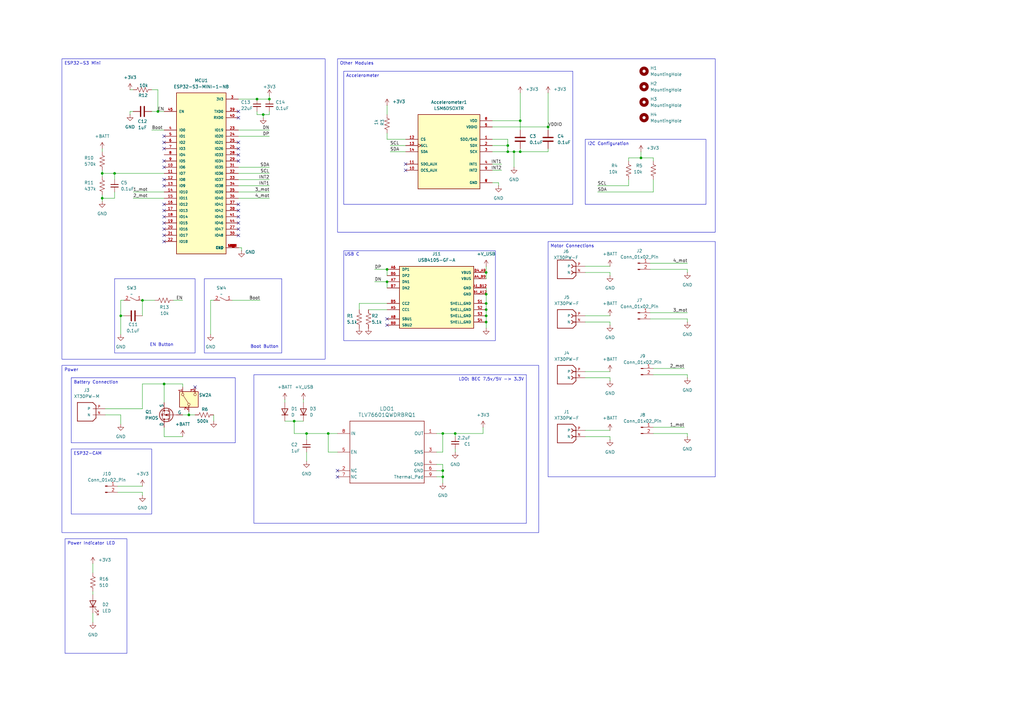
<source format=kicad_sch>
(kicad_sch (version 20231120) (generator "eeschema") (generator_version "8.0")
  (paper "A3")
  (junction (at 199.39 129.54))
  (junction (at 199.39 120.65))
  (junction (at 186.69 177.8))
  (junction (at 210.82 62.23))
  (junction (at 208.28 62.23))
  (junction (at 49.53 129.54))
  (junction (at 213.36 62.23))
  (junction (at 134.62 177.8))
  (junction (at 41.91 81.28))
  (junction (at 46.99 71.12))
  (junction (at 213.36 49.53))
  (junction (at 110.49 40.64))
  (junction (at 125.73 177.8))
  (junction (at 224.79 52.07))
  (junction (at 199.39 124.46))
  (junction (at 64.77 45.72))
  (junction (at 158.75 115.57))
  (junction (at 181.61 195.58))
  (junction (at 41.91 71.12))
  (junction (at 262.89 64.77))
  (junction (at 181.61 177.8))
  (junction (at 199.39 127))
  (junction (at 77.47 170.18))
  (junction (at 181.61 193.04))
  (junction (at 120.65 172.72))
  (junction (at 208.28 59.69))
  (junction (at 158.75 110.49))
  (junction (at 199.39 111.76))
  (junction (at 105.41 40.64))
  (junction (at 58.42 123.19))
  (junction (at 107.95 46.99))
  (junction (at 67.31 157.48))
  (junction (at 199.39 132.08))
  (no_connect (at 97.79 60.96))
  (no_connect (at 97.79 48.26))
  (no_connect (at 67.31 88.9))
  (no_connect (at 97.79 63.5))
  (no_connect (at 166.37 69.85))
  (no_connect (at 138.43 193.04))
  (no_connect (at 67.31 68.58))
  (no_connect (at 67.31 73.66))
  (no_connect (at 67.31 96.52))
  (no_connect (at 166.37 67.31))
  (no_connect (at 97.79 66.04))
  (no_connect (at 97.79 93.98))
  (no_connect (at 158.75 133.35))
  (no_connect (at 67.31 58.42))
  (no_connect (at 97.79 58.42))
  (no_connect (at 67.31 86.36))
  (no_connect (at 67.31 76.2))
  (no_connect (at 97.79 96.52))
  (no_connect (at 67.31 66.04))
  (no_connect (at 158.75 130.81))
  (no_connect (at 67.31 91.44))
  (no_connect (at 67.31 55.88))
  (no_connect (at 138.43 195.58))
  (no_connect (at 67.31 93.98))
  (no_connect (at 97.79 91.44))
  (no_connect (at 67.31 83.82))
  (no_connect (at 97.79 45.72))
  (no_connect (at 67.31 60.96))
  (no_connect (at 67.31 99.06))
  (no_connect (at 97.79 88.9))
  (no_connect (at 97.79 83.82))
  (no_connect (at 80.01 158.75))
  (no_connect (at 97.79 86.36))
  (wire (pts (xy 105.41 46.99) (xy 105.41 45.72)))
  (wire (pts (xy 199.39 124.46) (xy 199.39 127)))
  (wire (pts (xy 179.07 185.42) (xy 181.61 185.42)))
  (wire (pts (xy 54.61 45.72) (xy 53.34 45.72)))
  (wire (pts (xy 97.79 55.88) (xy 110.49 55.88)))
  (wire (pts (xy 153.67 110.49) (xy 158.75 110.49)))
  (wire (pts (xy 186.69 184.15) (xy 186.69 185.42)))
  (wire (pts (xy 58.42 123.19) (xy 63.5 123.19)))
  (wire (pts (xy 257.81 64.77) (xy 257.81 66.04)))
  (wire (pts (xy 160.02 62.23) (xy 166.37 62.23)))
  (wire (pts (xy 38.1 242.57) (xy 38.1 243.84)))
  (wire (pts (xy 240.03 109.22) (xy 250.19 109.22)))
  (wire (pts (xy 250.19 111.76) (xy 250.19 113.03)))
  (wire (pts (xy 147.32 127) (xy 147.32 124.46)))
  (wire (pts (xy 97.79 76.2) (xy 110.49 76.2)))
  (wire (pts (xy 208.28 62.23) (xy 210.82 62.23)))
  (wire (pts (xy 213.36 49.53) (xy 213.36 53.34)))
  (wire (pts (xy 201.93 57.15) (xy 208.28 57.15)))
  (wire (pts (xy 179.07 195.58) (xy 181.61 195.58)))
  (wire (pts (xy 213.36 38.1) (xy 213.36 49.53)))
  (wire (pts (xy 281.94 177.8) (xy 281.94 179.07)))
  (wire (pts (xy 186.69 177.8) (xy 186.69 179.07)))
  (wire (pts (xy 158.75 115.57) (xy 158.75 118.11)))
  (wire (pts (xy 120.65 172.72) (xy 120.65 177.8)))
  (wire (pts (xy 245.11 76.2) (xy 257.81 76.2)))
  (wire (pts (xy 95.25 123.19) (xy 106.68 123.19)))
  (wire (pts (xy 97.79 81.28) (xy 110.49 81.28)))
  (wire (pts (xy 67.31 157.48) (xy 67.31 165.1)))
  (wire (pts (xy 262.89 64.77) (xy 267.97 64.77)))
  (wire (pts (xy 201.93 59.69) (xy 208.28 59.69)))
  (wire (pts (xy 77.47 170.18) (xy 80.01 170.18)))
  (wire (pts (xy 77.47 168.91) (xy 77.47 170.18)))
  (wire (pts (xy 120.65 177.8) (xy 125.73 177.8)))
  (wire (pts (xy 110.49 39.37) (xy 110.49 40.64)))
  (wire (pts (xy 240.03 132.08) (xy 250.19 132.08)))
  (wire (pts (xy 210.82 62.23) (xy 213.36 62.23)))
  (wire (pts (xy 97.79 73.66) (xy 110.49 73.66)))
  (wire (pts (xy 86.36 123.19) (xy 86.36 137.16)))
  (wire (pts (xy 201.93 69.85) (xy 205.74 69.85)))
  (wire (pts (xy 281.94 153.67) (xy 281.94 154.94)))
  (wire (pts (xy 240.03 179.07) (xy 250.19 179.07)))
  (wire (pts (xy 49.53 123.19) (xy 50.8 123.19)))
  (wire (pts (xy 267.97 177.8) (xy 281.94 177.8)))
  (wire (pts (xy 250.19 154.94) (xy 250.19 156.21)))
  (wire (pts (xy 49.53 129.54) (xy 50.8 129.54)))
  (wire (pts (xy 199.39 120.65) (xy 199.39 124.46)))
  (wire (pts (xy 134.62 177.8) (xy 134.62 185.42)))
  (wire (pts (xy 124.46 163.83) (xy 124.46 165.1)))
  (wire (pts (xy 262.89 62.23) (xy 262.89 64.77)))
  (wire (pts (xy 201.93 67.31) (xy 205.74 67.31)))
  (wire (pts (xy 110.49 46.99) (xy 110.49 45.72)))
  (wire (pts (xy 97.79 78.74) (xy 110.49 78.74)))
  (wire (pts (xy 41.91 81.28) (xy 41.91 82.55)))
  (wire (pts (xy 49.53 123.19) (xy 49.53 129.54)))
  (wire (pts (xy 181.61 177.8) (xy 179.07 177.8)))
  (wire (pts (xy 213.36 62.23) (xy 213.36 60.96)))
  (wire (pts (xy 125.73 180.34) (xy 125.73 177.8)))
  (wire (pts (xy 181.61 198.12) (xy 181.61 195.58)))
  (wire (pts (xy 267.97 64.77) (xy 267.97 66.04)))
  (wire (pts (xy 54.61 36.83) (xy 53.34 36.83)))
  (wire (pts (xy 281.94 130.81) (xy 281.94 132.08)))
  (wire (pts (xy 58.42 157.48) (xy 67.31 157.48)))
  (wire (pts (xy 198.12 177.8) (xy 198.12 175.26)))
  (wire (pts (xy 71.12 123.19) (xy 74.93 123.19)))
  (wire (pts (xy 181.61 190.5) (xy 179.07 190.5)))
  (wire (pts (xy 41.91 71.12) (xy 46.99 71.12)))
  (wire (pts (xy 266.7 107.95) (xy 281.94 107.95)))
  (wire (pts (xy 58.42 123.19) (xy 58.42 129.54)))
  (wire (pts (xy 201.93 62.23) (xy 208.28 62.23)))
  (wire (pts (xy 97.79 40.64) (xy 105.41 40.64)))
  (wire (pts (xy 41.91 81.28) (xy 46.99 81.28)))
  (wire (pts (xy 116.84 172.72) (xy 120.65 172.72)))
  (wire (pts (xy 64.77 36.83) (xy 64.77 45.72)))
  (wire (pts (xy 240.03 152.4) (xy 250.19 152.4)))
  (wire (pts (xy 97.79 101.6) (xy 99.06 101.6)))
  (wire (pts (xy 87.63 170.18) (xy 87.63 172.72)))
  (wire (pts (xy 43.18 170.18) (xy 49.53 170.18)))
  (wire (pts (xy 41.91 71.12) (xy 41.91 72.39)))
  (wire (pts (xy 62.23 36.83) (xy 64.77 36.83)))
  (wire (pts (xy 74.93 157.48) (xy 74.93 158.75)))
  (wire (pts (xy 179.07 193.04) (xy 181.61 193.04)))
  (wire (pts (xy 201.93 74.93) (xy 204.47 74.93)))
  (wire (pts (xy 120.65 172.72) (xy 124.46 172.72)))
  (wire (pts (xy 224.79 52.07) (xy 224.79 53.34)))
  (wire (pts (xy 267.97 153.67) (xy 281.94 153.67)))
  (wire (pts (xy 267.97 78.74) (xy 267.97 73.66)))
  (wire (pts (xy 240.03 154.94) (xy 250.19 154.94)))
  (wire (pts (xy 250.19 132.08) (xy 250.19 133.35)))
  (wire (pts (xy 266.7 128.27) (xy 281.94 128.27)))
  (wire (pts (xy 134.62 177.8) (xy 138.43 177.8)))
  (wire (pts (xy 67.31 81.28) (xy 54.61 81.28)))
  (wire (pts (xy 41.91 69.85) (xy 41.91 71.12)))
  (wire (pts (xy 158.75 110.49) (xy 158.75 113.03)))
  (wire (pts (xy 186.69 177.8) (xy 181.61 177.8)))
  (wire (pts (xy 199.39 118.11) (xy 199.39 120.65)))
  (wire (pts (xy 41.91 80.01) (xy 41.91 81.28)))
  (wire (pts (xy 125.73 177.8) (xy 134.62 177.8)))
  (wire (pts (xy 267.97 175.26) (xy 280.67 175.26)))
  (wire (pts (xy 210.82 62.23) (xy 210.82 68.58)))
  (wire (pts (xy 160.02 59.69) (xy 166.37 59.69)))
  (wire (pts (xy 266.7 110.49) (xy 281.94 110.49)))
  (wire (pts (xy 199.39 109.22) (xy 199.39 111.76)))
  (wire (pts (xy 97.79 53.34) (xy 110.49 53.34)))
  (wire (pts (xy 266.7 130.81) (xy 281.94 130.81)))
  (wire (pts (xy 213.36 62.23) (xy 224.79 62.23)))
  (wire (pts (xy 97.79 71.12) (xy 110.49 71.12)))
  (wire (pts (xy 107.95 48.26) (xy 107.95 46.99)))
  (wire (pts (xy 181.61 195.58) (xy 181.61 193.04)))
  (wire (pts (xy 105.41 40.64) (xy 110.49 40.64)))
  (wire (pts (xy 64.77 45.72) (xy 67.31 45.72)))
  (wire (pts (xy 257.81 64.77) (xy 262.89 64.77)))
  (wire (pts (xy 67.31 78.74) (xy 54.61 78.74)))
  (wire (pts (xy 67.31 179.07) (xy 74.93 179.07)))
  (wire (pts (xy 49.53 129.54) (xy 49.53 137.16)))
  (wire (pts (xy 48.26 199.39) (xy 58.42 199.39)))
  (wire (pts (xy 97.79 68.58) (xy 110.49 68.58)))
  (wire (pts (xy 158.75 54.61) (xy 158.75 57.15)))
  (wire (pts (xy 213.36 49.53) (xy 201.93 49.53)))
  (wire (pts (xy 208.28 57.15) (xy 208.28 59.69)))
  (wire (pts (xy 147.32 124.46) (xy 158.75 124.46)))
  (wire (pts (xy 46.99 71.12) (xy 67.31 71.12)))
  (wire (pts (xy 199.39 111.76) (xy 199.39 114.3)))
  (wire (pts (xy 151.13 127) (xy 158.75 127)))
  (wire (pts (xy 107.95 46.99) (xy 110.49 46.99)))
  (wire (pts (xy 86.36 123.19) (xy 87.63 123.19)))
  (wire (pts (xy 58.42 167.64) (xy 58.42 157.48)))
  (wire (pts (xy 199.39 127) (xy 199.39 129.54)))
  (wire (pts (xy 67.31 179.07) (xy 67.31 175.26)))
  (wire (pts (xy 240.03 111.76) (xy 250.19 111.76)))
  (wire (pts (xy 181.61 185.42) (xy 181.61 177.8)))
  (wire (pts (xy 281.94 110.49) (xy 281.94 111.76)))
  (wire (pts (xy 53.34 45.72) (xy 53.34 46.99)))
  (wire (pts (xy 204.47 74.93) (xy 204.47 76.2)))
  (wire (pts (xy 250.19 179.07) (xy 250.19 180.34)))
  (wire (pts (xy 240.03 176.53) (xy 250.19 176.53)))
  (wire (pts (xy 224.79 62.23) (xy 224.79 60.96)))
  (wire (pts (xy 116.84 163.83) (xy 116.84 165.1)))
  (wire (pts (xy 105.41 46.99) (xy 107.95 46.99)))
  (wire (pts (xy 125.73 185.42) (xy 125.73 189.23)))
  (wire (pts (xy 208.28 59.69) (xy 208.28 62.23)))
  (wire (pts (xy 43.18 167.64) (xy 58.42 167.64)))
  (wire (pts (xy 41.91 60.96) (xy 41.91 62.23)))
  (wire (pts (xy 257.81 73.66) (xy 257.81 76.2)))
  (wire (pts (xy 224.79 38.1) (xy 224.79 52.07)))
  (wire (pts (xy 67.31 157.48) (xy 74.93 157.48)))
  (wire (pts (xy 46.99 78.74) (xy 46.99 81.28)))
  (wire (pts (xy 46.99 71.12) (xy 46.99 73.66)))
  (wire (pts (xy 245.11 78.74) (xy 267.97 78.74)))
  (wire (pts (xy 48.26 201.93) (xy 58.42 201.93)))
  (wire (pts (xy 198.12 177.8) (xy 186.69 177.8)))
  (wire (pts (xy 199.39 129.54) (xy 199.39 132.08)))
  (wire (pts (xy 134.62 185.42) (xy 138.43 185.42)))
  (wire (pts (xy 62.23 45.72) (xy 64.77 45.72)))
  (wire (pts (xy 153.67 115.57) (xy 158.75 115.57)))
  (wire (pts (xy 38.1 231.14) (xy 38.1 234.95)))
  (wire (pts (xy 240.03 129.54) (xy 250.19 129.54)))
  (wire (pts (xy 158.75 43.18) (xy 158.75 46.99)))
  (wire (pts (xy 267.97 151.13) (xy 280.67 151.13)))
  (wire (pts (xy 58.42 201.93) (xy 58.42 203.2)))
  (wire (pts (xy 77.47 170.18) (xy 74.93 170.18)))
  (wire (pts (xy 62.23 53.34) (xy 67.31 53.34)))
  (wire (pts (xy 38.1 251.46) (xy 38.1 255.27)))
  (wire (pts (xy 199.39 132.08) (xy 199.39 134.62)))
  (wire (pts (xy 201.93 52.07) (xy 224.79 52.07)))
  (wire (pts (xy 99.06 101.6) (xy 99.06 102.87)))
  (wire (pts (xy 158.75 57.15) (xy 166.37 57.15)))
  (wire (pts (xy 181.61 193.04) (xy 181.61 190.5)))
  (wire (pts (xy 49.53 170.18) (xy 49.53 173.99)))
  (rectangle (start 46.99 114.3) (end 80.01 144.78))
  (rectangle (start 83.82 114.3) (end 115.57 144.78))
  (rectangle (start 140.97 102.87) (end 203.2 139.7))
  (text_box "LDO: BEC 7.5v/5V -> 3.3V\n" (at 104.14 153.67 0) (size 111.76 60.96) (effects (font (size 1.27 1.27)) (justify right top)))
  (text_box "Other Modules\n" (at 138.43 24.13 0) (size 154.94 71.12) (effects (font (size 1.27 1.27)) (justify left top)))
  (text_box "ESP32-S3 Mini\n" (at 25.4 24.13 0) (size 107.95 123.19) (effects (font (size 1.27 1.27)) (justify left top)))
  (text_box "Accelerometer\n" (at 140.97 29.21 0) (size 93.98 54.61) (effects (font (size 1.27 1.27)) (justify left top)))
  (text_box "Power" (at 25.4 149.86 0) (size 195.58 68.58) (effects (font (size 1.27 1.27)) (justify left top)))
  (text_box "I2C Configuration \n" (at 240.03 57.15 0) (size 49.53 26.67) (effects (font (size 1.27 1.27)) (justify left top)))
  (text_box "Motor Connections\n" (at 224.79 99.06 0) (size 68.58 96.52) (effects (font (size 1.27 1.27)) (justify left top)))
  (text_box "ESP32-CAM\n" (at 29.21 184.15 0) (size 33.02 26.67) (effects (font (size 1.27 1.27)) (justify left top)))
  (text_box "Battery Connection \n" (at 29.21 154.94 0) (size 67.31 26.67) (effects (font (size 1.27 1.27)) (justify left top)))
  (text_box "Power Indicator LED" (at 26.67 220.98 0) (size 25.4 46.99) (effects (font (size 1.27 1.27)) (justify left top)))
  (text "USB C" (at 141.224 105.156 0) (effects (font (size 1.27 1.27)) (justify left bottom)))
  (text "Boot Button \n" (at 108.966 142.24 0) (effects (font (size 1.27 1.27))))
  (text "EN Button\n" (at 66.294 141.478 0) (effects (font (size 1.27 1.27))))
  (label "SDA" (at 110.49 68.58 180))
  (label "Boot" (at 106.68 123.19 180))
  (label "INT1" (at 205.74 67.31 180))
  (label "SCL" (at 110.49 71.12 180))
  (label "VDDIO" (at 224.79 52.07 0))
  (label "INT2" (at 205.74 69.85 180))
  (label "4_mot" (at 281.94 107.95 180))
  (label "SCL" (at 245.11 76.2 0))
  (label "DN" (at 153.67 115.57 0))
  (label "2_mot" (at 54.61 81.28 0))
  (label "EN" (at 67.31 45.72 180))
  (label "INT1" (at 110.49 76.2 180))
  (label "INT2" (at 110.49 73.66 180))
  (label "DP" (at 153.67 110.49 0))
  (label "1_mot" (at 280.67 175.26 180))
  (label "4_mot" (at 110.49 81.28 180))
  (label "3_mot" (at 110.49 78.74 180))
  (label "1_mot" (at 54.61 78.74 0))
  (label "DP" (at 110.49 55.88 180))
  (label "SDA" (at 160.02 62.23 0))
  (label "DN" (at 110.49 53.34 180))
  (label "Boot" (at 62.23 53.34 0))
  (label "EN" (at 74.93 123.19 180))
  (label "SCL" (at 160.02 59.69 0))
  (label "2_mot" (at 280.67 151.13 180))
  (label "3_mot" (at 281.94 128.27 180))
  (label "SDA" (at 245.11 78.74 0))
  (symbol (lib_id "Connector:Conn_01x02_Pin") (at 43.18 199.39 0) (unit 1)
    (property "Reference" "J10" (at 43.815 194.31 0))
    (property "Value" "Conn_01x02_Pin" (at 43.815 196.85 0))
    (property "Footprint" "Connector_PinHeader_2.54mm:PinHeader_1x02_P2.54mm_Horizontal" (effects (hide yes)))
    (property "Description" "Generic connector, single row, 01x02, script generated" (effects (hide yes)))
    (property "MANUFACTURER" "-" (effects (hide yes)))
  )
  (symbol (lib_id "TLV6601:TLV76601QWDRBRQ1") (at 138.43 177.8 0) (unit 1)
    (property "Reference" "LDO1" (at 158.75 167.64 0) (effects (font (size 1.524 1.524))))
    (property "Value" "TLV76601QWDRBRQ1" (at 158.75 170.18 0) (effects (font (size 1.524 1.524))))
    (property "Footprint" "TLV76601:DRB0008J-IPC_A" (effects (hide yes)))
    (property "Datasheet" "TLV76601QWDRBRQ1" (effects (hide yes)))
    (property "MANUFACTURER" "TLV76633QWDRBRQ1" (effects (hide yes)))
  )
  (symbol (lib_id "Mechanical:MountingHole") (at 264.16 29.21 0) (unit 1)
    (property "Reference" "H1" (at 266.7 27.9399 0) (effects (justify left)))
    (property "Value" "MountingHole" (at 266.7 30.4799 0) (effects (justify left)))
    (property "Footprint" "MountingHole:MountingHole_3.2mm_M3_DIN965" (effects (hide yes)))
    (property "Description" "Mounting Hole without connection" (effects (hide yes)))
    (property "MANUFACTURER" "-" (effects (hide yes)))
  )
  (symbol (lib_id "power:+3V3") (at 53.34 36.83 0) (unit 1)
    (property "Reference" "#PWR039" (effects (hide yes)))
    (property "Value" "+3V3" (at 53.34 31.75 0))
    (property "Description" "Power symbol creates a global label with name \"+3V3\"" (effects (hide yes)))
  )
  (symbol (lib_id "Simulation_SPICE:PMOS") (at 69.85 170.18 180) (unit 1)
    (property "Reference" "Q1" (at 60.96 168.91 0))
    (property "Value" "PMOS" (at 62.23 171.45 0))
    (property "Footprint" "Package_SO:PowerPAK_SO-8_Single" (effects (hide yes)))
    (property "Datasheet" "https://ngspice.sourceforge.io/docs/ngspice-manual.pdf" (effects (hide yes)))
    (property "Sim.Device" "PMOS" (effects (hide yes)))
    (property "Sim.Type" "VDMOS" (effects (hide yes)))
    (property "Sim.Pins" "1=D 2=G 3=S" (effects (hide yes)))
    (property "MANUFACTURER" "SI7617DN-T1-GE3CT-ND" (effects (hide yes)))
  )
  (symbol (lib_id "Device:C_Small") (at 186.69 181.61 180) (unit 1)
    (property "Reference" "C1" (at 193.04 182.118 0) (effects (justify left)))
    (property "Value" "2.2uF" (at 193.04 179.578 0) (effects (justify left)))
    (property "Footprint" "Capacitor_SMD:C_0805_2012Metric" (effects (hide yes)))
    (property "Description" "Unpolarized capacitor, small symbol" (effects (hide yes)))
    (property "MANUFACTURER" " 581-KAF21KR71E225KU " (effects (hide yes)))
  )
  (symbol (lib_id "Connector:Conn_01x02_Pin") (at 261.62 107.95 0) (unit 1)
    (property "Reference" "J2" (at 262.255 102.87 0))
    (property "Value" "Conn_01x02_Pin" (at 262.255 105.41 0))
    (property "Footprint" "Connector_PinHeader_2.54mm:PinHeader_1x02_P2.54mm_Horizontal" (effects (hide yes)))
    (property "Description" "Generic connector, single row, 01x02, script generated" (effects (hide yes)))
    (property "MANUFACTURER" "-" (effects (hide yes)))
  )
  (symbol (lib_id "Device:R_US") (at 41.91 76.2 0) (unit 1)
    (property "Reference" "R11" (at 34.544 74.93 0) (effects (justify left)))
    (property "Value" "437k" (at 34.544 77.47 0) (effects (justify left)))
    (property "Footprint" "Resistor_SMD:R_0805_2012Metric" (effects (hide yes)))
    (property "Description" "Resistor, US symbol" (effects (hide yes)))
    (property "MANUFACTURER" " 71-RCS0805470KJNEA " (effects (hide yes)))
  )
  (symbol (lib_id "Device:C_Small") (at 46.99 76.2 0) (unit 1)
    (property "Reference" "C5" (at 49.53 74.93 0) (effects (justify left)))
    (property "Value" "0.1uF" (at 49.53 77.47 0) (effects (justify left)))
    (property "Footprint" "Capacitor_SMD:C_0805_2012Metric" (effects (hide yes)))
    (property "MANUFACTURER" " 581-KAM21KR72A104KU " (effects (hide yes)))
  )
  (symbol (lib_id "power:GND") (at 281.94 111.76 0) (unit 1)
    (property "Reference" "#PWR015" (effects (hide yes)))
    (property "Value" "GND" (at 281.94 116.84 0))
    (property "Description" "Power symbol creates a global label with name \"GND\" , ground" (effects (hide yes)))
  )
  (symbol (lib_id "power:+3V3") (at 213.36 38.1 0) (unit 1)
    (property "Reference" "#PWR024" (effects (hide yes)))
    (property "Value" "+3V3" (at 218.186 36.576 0))
    (property "Description" "Power symbol creates a global label with name \"+3V3\"" (effects (hide yes)))
  )
  (symbol (lib_id "power:GND") (at 181.61 198.12 0) (mirror y) (unit 1)
    (property "Reference" "#PWR018" (effects (hide yes)))
    (property "Value" "GND" (at 181.61 203.2 0))
    (property "Description" "Power symbol creates a global label with name \"GND\" , ground" (effects (hide yes)))
  )
  (symbol (lib_id "power:+3V3") (at 158.75 43.18 0) (unit 1)
    (property "Reference" "#PWR027" (effects (hide yes)))
    (property "Value" "+3V3" (at 163.576 41.656 0))
    (property "Description" "Power symbol creates a global label with name \"+3V3\"" (effects (hide yes)))
  )
  (symbol (lib_id "Device:R_US") (at 58.42 36.83 90) (unit 1)
    (property "Reference" "R12" (at 58.674 39.116 90))
    (property "Value" "10k" (at 58.928 35.052 90))
    (property "Footprint" "Resistor_SMD:R_0805_2012Metric" (effects (hide yes)))
    (property "Description" "Resistor, US symbol" (effects (hide yes)))
    (property "MANUFACTURER" " 667-ERA-6APB103V " (effects (hide yes)))
  )
  (symbol (lib_id "Mechanical:MountingHole") (at 264.16 35.56 0) (unit 1)
    (property "Reference" "H2" (at 266.7 34.2899 0) (effects (justify left)))
    (property "Value" "MountingHole" (at 266.7 36.8299 0) (effects (justify left)))
    (property "Footprint" "MountingHole:MountingHole_3.2mm_M3_DIN965" (effects (hide yes)))
    (property "Description" "Mounting Hole without connection" (effects (hide yes)))
    (property "MANUFACTURER" "-" (effects (hide yes)))
  )
  (symbol (lib_id "power:GND") (at 281.94 154.94 0) (unit 1)
    (property "Reference" "#PWR056" (effects (hide yes)))
    (property "Value" "GND" (at 281.94 160.02 0))
    (property "Description" "Power symbol creates a global label with name \"GND\" , ground" (effects (hide yes)))
  )
  (symbol (lib_id "Device:C") (at 58.42 45.72 90) (unit 1)
    (property "Reference" "C12" (at 58.42 49.784 90))
    (property "Value" "1uF" (at 58.42 52.324 90))
    (property "Footprint" "Capacitor_SMD:C_0805_2012Metric" (effects (hide yes)))
    (property "Description" "Unpolarized capacitor" (effects (hide yes)))
    (property "MANUFACTURER" " 581-KAF21KR71E105KU " (effects (hide yes)))
  )
  (symbol (lib_id "Connector:Conn_01x02_Pin") (at 262.89 175.26 0) (unit 1)
    (property "Reference" "J8" (at 263.525 170.18 0))
    (property "Value" "Conn_01x02_Pin" (at 263.525 172.72 0))
    (property "Footprint" "Connector_PinHeader_2.54mm:PinHeader_1x02_P2.54mm_Horizontal" (effects (hide yes)))
    (property "Description" "Generic connector, single row, 01x02, script generated" (effects (hide yes)))
    (property "MANUFACTURER" "-" (effects (hide yes)))
  )
  (symbol (lib_id "Device:R_US") (at 67.31 123.19 90) (unit 1)
    (property "Reference" "R13" (at 69.342 125.984 90) (effects (justify left)))
    (property "Value" "10k" (at 69.342 128.524 90) (effects (justify left)))
    (property "Footprint" "Resistor_SMD:R_0805_2012Metric" (effects (hide yes)))
    (property "Description" "Resistor, US symbol" (effects (hide yes)))
    (property "MANUFACTURER" " 667-ERA-6APB103V " (effects (hide yes)))
  )
  (symbol (lib_id "Custom Symbols:USB4105-GF-A") (at 179.07 121.92 0) (unit 1)
    (property "Reference" "J11" (at 179.07 104.14 0))
    (property "Value" "USB4105-GF-A" (at 179.07 106.68 0))
    (property "Footprint" "USB4105-GF-A-Footprint:GCT_USB4105-GF-A" (effects (hide yes)))
    (property "PARTREV" "A3" (effects (hide yes)))
    (property "STANDARD" "Manufacturer Recommendations" (effects (hide yes)))
    (property "MAXIMUM_PACKAGE_HEIGHT" "3.31 mm" (effects (hide yes)))
    (property "MANUFACTURER" "USB4105-GF-A" (effects (hide yes)))
  )
  (symbol (lib_id "power:GND") (at 147.32 134.62 0) (unit 1)
    (property "Reference" "#PWR019" (effects (hide yes)))
    (property "Value" "GND" (effects (hide yes)))
  )
  (symbol (lib_id "power:+7.5V") (at 250.19 109.22 0) (unit 1)
    (property "Reference" "#PWR049" (effects (hide yes)))
    (property "Value" "+BATT" (at 250.19 104.14 0))
    (property "Description" "Power symbol creates a global label with name \"+7.5V\"" (effects (hide yes)))
  )
  (symbol (lib_id "Device:C") (at 224.79 57.15 0) (unit 1)
    (property "Reference" "C4" (at 228.6 55.8799 0) (effects (justify left)))
    (property "Value" "0.1uF" (at 228.6 58.4199 0) (effects (justify left)))
    (property "Footprint" "Capacitor_SMD:C_0805_2012Metric" (effects (hide yes)))
    (property "Description" "Unpolarized capacitor" (effects (hide yes)))
    (property "MANUFACTURER" " 581-KAM21KR72A104KU " (effects (hide yes)))
  )
  (symbol (lib_id "power:+7.5V") (at 250.19 129.54 0) (unit 1)
    (property "Reference" "#PWR051" (effects (hide yes)))
    (property "Value" "+BATT" (at 250.19 124.46 0))
    (property "Description" "Power symbol creates a global label with name \"+7.5V\"" (effects (hide yes)))
  )
  (symbol (lib_id "power:GND") (at 281.94 132.08 0) (unit 1)
    (property "Reference" "#PWR014" (effects (hide yes)))
    (property "Value" "GND" (at 281.94 137.16 0))
    (property "Description" "Power symbol creates a global label with name \"GND\" , ground" (effects (hide yes)))
  )
  (symbol (lib_id "power:GND") (at 49.53 137.16 0) (unit 1)
    (property "Reference" "#PWR038" (effects (hide yes)))
    (property "Value" "GND" (at 49.53 142.24 0))
    (property "Description" "Power symbol creates a global label with name \"GND\" , ground" (effects (hide yes)))
  )
  (symbol (lib_id "power:+5V") (at 124.46 163.83 0) (unit 1)
    (property "Reference" "#PWR06" (effects (hide yes)))
    (property "Value" "+V_USB" (at 120.904 158.75 0) (effects (justify left)))
    (property "Description" "Power symbol creates a global label with name \"+5V\"" (effects (hide yes)))
  )
  (symbol (lib_id "power:GND") (at 107.95 48.26 0) (unit 1)
    (property "Reference" "#PWR045" (effects (hide yes)))
    (property "Value" "GND" (effects (hide yes)))
  )
  (symbol (lib_id "power:GND") (at 49.53 173.99 0) (unit 1)
    (property "Reference" "#PWR062" (effects (hide yes)))
    (property "Value" "GND" (at 49.53 179.07 0))
    (property "Description" "Power symbol creates a global label with name \"GND\" , ground" (effects (hide yes)))
  )
  (symbol (lib_id "power:GND") (at 53.34 46.99 0) (unit 1)
    (property "Reference" "#PWR040" (effects (hide yes)))
    (property "Value" "GND" (at 53.34 52.07 0))
    (property "Description" "Power symbol creates a global label with name \"GND\" , ground" (effects (hide yes)))
  )
  (symbol (lib_id "power:GND") (at 281.94 179.07 0) (unit 1)
    (property "Reference" "#PWR04" (effects (hide yes)))
    (property "Value" "GND" (at 281.94 184.15 0))
    (property "Description" "Power symbol creates a global label with name \"GND\" , ground" (effects (hide yes)))
  )
  (symbol (lib_id "Device:R_US") (at 257.81 69.85 180) (unit 1)
    (property "Reference" "R4" (at 253.365 67.945 0) (effects (justify left)))
    (property "Value" "10k" (at 253.365 70.485 0) (effects (justify left)))
    (property "Footprint" "Resistor_SMD:R_0805_2012Metric" (effects (hide yes)))
    (property "MANUFACTURER" " 667-ERA-6APB103V " (effects (hide yes)))
    (property "Manufacturer" " 667-ERA-6APB103V " (effects (hide yes)))
  )
  (symbol (lib_id "power:GND") (at 199.39 134.62 0) (unit 1)
    (property "Reference" "#PWR022" (effects (hide yes)))
    (property "Value" "GND" (effects (hide yes)))
  )
  (symbol (lib_id "Device:LED") (at 38.1 247.65 90) (unit 1)
    (property "Reference" "D2" (at 41.91 247.9674 90) (effects (justify right)))
    (property "Value" "LED" (at 41.91 250.5074 90) (effects (justify right)))
    (property "Footprint" "LED_SMD:LED_0603_1608Metric" (effects (hide yes)))
    (property "Description" "Light emitting diode" (effects (hide yes)))
    (property "MANUFACTURER" "CSL1101WBCW1 " (effects (hide yes)))
  )
  (symbol (lib_id "power:GND") (at 186.69 185.42 0) (unit 1)
    (property "Reference" "#PWR08" (effects (hide yes)))
    (property "Value" "GND" (at 186.69 190.5 0))
    (property "Description" "Power symbol creates a global label with name \"GND\" , ground" (effects (hide yes)))
  )
  (symbol (lib_id "LSM6DSOXTR:LSM6DSOXTR") (at 184.15 62.23 0) (unit 1)
    (property "Reference" "Accelerometer1" (at 184.15 41.91 0))
    (property "Value" "LSM6DSOXTR" (at 184.15 44.45 0))
    (property "Footprint" "LSM6DSOXTR:PQFN50P250X300X86-14N" (effects (hide yes)))
    (property "Datasheet" "https://learn.adafruit.com/assets/85363" (effects (hide yes)))
    (property "MF" "STMicroelectronics" (effects (hide yes)))
    (property "Description_1" "\nAccelerometer, Gyroscope, 6 Axis Sensor I2C, SPI Output\n" (effects (hide yes)))
    (property "Package" "VFLGA-14 STMicroelectronics" (effects (hide yes)))
    (property "Price" "None" (effects (hide yes)))
    (property "Check_prices" "https://www.snapeda.com/parts/LSM6DSOXTR/STMicroelectronics/view-part/?ref=eda" (effects (hide yes)))
    (property "STANDARD" "IPC7351B" (effects (hide yes)))
    (property "PARTREV" "3.0" (effects (hide yes)))
    (property "SnapEDA_Link" "https://www.snapeda.com/parts/LSM6DSOXTR/STMicroelectronics/view-part/?ref=snap" (effects (hide yes)))
    (property "MP" "LSM6DSOXTR" (effects (hide yes)))
    (property "Purchase-URL" "https://www.snapeda.com/api/url_track_click_mouser/?unipart_id=3227828&manufacturer=STMicroelectronics&part_name=LSM6DSOXTR&search_term=None" (effects (hide yes)))
    (property "Availability" "In Stock" (effects (hide yes)))
    (property "MANUFACTURER" " 511-LSM6DSOXTR " (effects (hide yes)))
  )
  (symbol (lib_id "Mechanical:MountingHole") (at 264.16 48.26 0) (unit 1)
    (property "Reference" "H4" (at 266.7 46.9899 0) (effects (justify left)))
    (property "Value" "MountingHole" (at 266.7 49.5299 0) (effects (justify left)))
    (property "Footprint" "MountingHole:MountingHole_3.2mm_M3_DIN965" (effects (hide yes)))
    (property "Description" "Mounting Hole without connection" (effects (hide yes)))
    (property "MANUFACTURER" "-" (effects (hide yes)))
  )
  (symbol (lib_id "custom:rockerSwitch") (at 53.34 124.46 0) (unit 1)
    (property "Reference" "SW3" (at 53.975 118.11 0))
    (property "Value" "~" (at 53.975 120.65 0))
    (property "Footprint" "customFootprints:rockerSwitch-434133025816" (effects (hide yes)))
    (property "MANUFACTURER" "434133025816 " (effects (hide yes)))
  )
  (symbol (lib_id "power:GND") (at 204.47 76.2 0) (unit 1)
    (property "Reference" "#PWR09" (effects (hide yes)))
    (property "Value" "GND" (at 204.47 81.28 0))
    (property "Description" "Power symbol creates a global label with name \"GND\" , ground" (effects (hide yes)))
  )
  (symbol (lib_id "Device:R_US") (at 151.13 130.81 0) (unit 1)
    (property "Reference" "R2" (at 152.4 129.54 0) (effects (justify left)))
    (property "Value" "5.1k" (at 152.4 132.08 0) (effects (justify left)))
    (property "Footprint" "Resistor_SMD:R_0805_2012Metric" (effects (hide yes)))
    (property "MANUFACTURER" "ERA-2AED512X" (effects (hide yes)))
  )
  (symbol (lib_id "Device:R_US") (at 38.1 238.76 0) (unit 1)
    (property "Reference" "R16" (at 40.64 237.4899 0) (effects (justify left)))
    (property "Value" "510" (at 40.64 240.0299 0) (effects (justify left)))
    (property "Footprint" "Resistor_SMD:R_0805_2012Metric" (effects (hide yes)))
    (property "Description" "Resistor, US symbol" (effects (hide yes)))
    (property "MANUFACTURER" "UP6F5110V" (effects (hide yes)))
  )
  (symbol (lib_id "power:GND") (at 87.63 172.72 0) (unit 1)
    (property "Reference" "#PWR011" (effects (hide yes)))
    (property "Value" "GND" (effects (hide yes)))
  )
  (symbol (lib_id "Device:R_US") (at 83.82 170.18 90) (unit 1)
    (property "Reference" "R6" (at 85.344 167.894 90) (effects (justify left)))
    (property "Value" "500k" (at 85.598 172.72 90) (effects (justify left)))
    (property "Footprint" "Resistor_SMD:R_0402_1005Metric" (effects (hide yes)))
    (property "MANUFACTURER" "ERJ-2RKF4993X" (effects (hide yes)))
  )
  (symbol (lib_id "XT30PW-F:XT30PW-F") (at 236.22 129.54 0) (unit 1)
    (property "Reference" "J5" (at 232.41 121.92 0))
    (property "Value" "XT30PW-F" (at 232.41 124.46 0))
    (property "Footprint" "XT30PW-F:AMASS_XT30PW-F" (effects (hide yes)))
    (property "MF" "amass" (effects (hide yes)))
    (property "MAXIMUM_PACKAGE_HEIGHT" "5 mm" (effects (hide yes)))
    (property "Package" "None" (effects (hide yes)))
    (property "Price" "None" (effects (hide yes)))
    (property "Check_prices" "https://www.snapeda.com/parts/XT30PW-F/AMASS/view-part/?ref=eda" (effects (hide yes)))
    (property "STANDARD" "Manufacturer Recommendations" (effects (hide yes)))
    (property "PARTREV" "1.2" (effects (hide yes)))
    (property "SnapEDA_Link" "https://www.snapeda.com/parts/XT30PW-F/AMASS/view-part/?ref=snap" (effects (hide yes)))
    (property "MP" "XT30PW-F" (effects (hide yes)))
    (property "Description_1" "\nSocket; DC supply; XT30; female; PIN: 2; on PCBs; THT; yellow; 15A\n" (effects (hide yes)))
    (property "MANUFACTURER" "Amass" (effects (hide yes)))
    (property "Availability" "Not in stock" (effects (hide yes)))
    (property "SNAPEDA_PN" "XT30PW-F" (effects (hide yes)))
  )
  (symbol (lib_id "power:+7.5V") (at 250.19 152.4 0) (unit 1)
    (property "Reference" "#PWR053" (effects (hide yes)))
    (property "Value" "+BATT" (at 250.19 147.32 0))
    (property "Description" "Power symbol creates a global label with name \"+7.5V\"" (effects (hide yes)))
  )
  (symbol (lib_id "power:+3V3") (at 224.79 38.1 0) (unit 1)
    (property "Reference" "#PWR025" (effects (hide yes)))
    (property "Value" "+3V3" (at 229.616 36.576 0))
    (property "Description" "Power symbol creates a global label with name \"+3V3\"" (effects (hide yes)))
  )
  (symbol (lib_id "Connector:Conn_01x02_Pin") (at 262.89 151.13 0) (unit 1)
    (property "Reference" "J9" (at 263.525 146.05 0))
    (property "Value" "Conn_01x02_Pin" (at 263.525 148.59 0))
    (property "Footprint" "Connector_PinHeader_2.54mm:PinHeader_1x02_P2.54mm_Horizontal" (effects (hide yes)))
    (property "Description" "Generic connector, single row, 01x02, script generated" (effects (hide yes)))
    (property "MANUFACTURER" "-" (effects (hide yes)))
  )
  (symbol (lib_id "power:GND") (at 38.1 255.27 0) (unit 1)
    (property "Reference" "#PWR065" (effects (hide yes)))
    (property "Value" "GND" (at 38.1 260.35 0))
    (property "Description" "Power symbol creates a global label with name \"GND\" , ground" (effects (hide yes)))
  )
  (symbol (lib_id "power:GND") (at 250.19 113.03 0) (unit 1)
    (property "Reference" "#PWR050" (effects (hide yes)))
    (property "Value" "GND" (at 250.19 118.11 0))
    (property "Description" "Power symbol creates a global label with name \"GND\" , ground" (effects (hide yes)))
  )
  (symbol (lib_id "Device:R_US") (at 158.75 50.8 180) (unit 1)
    (property "Reference" "R3" (at 156.845 48.895 90) (effects (justify left)))
    (property "Value" "1k" (at 154.305 48.895 90) (effects (justify left)))
    (property "Footprint" "Resistor_SMD:R_0805_2012Metric" (effects (hide yes)))
    (property "MANUFACTURER" " 652-CRT0805AFY-1001E " (effects (hide yes)))
  )
  (symbol (lib_id "power:+BATT") (at 116.84 163.83 0) (unit 1)
    (property "Reference" "#PWR05" (effects (hide yes)))
    (property "Value" "+BATT" (at 116.84 158.75 0))
    (property "Description" "Power symbol creates a global label with name \"+BATT\"" (effects (hide yes)))
  )
  (symbol (lib_id "XT30PW-F:XT30PW-F") (at 236.22 152.4 0) (unit 1)
    (property "Reference" "J4" (at 232.41 144.78 0))
    (property "Value" "XT30PW-F" (at 232.41 147.32 0))
    (property "Footprint" "XT30PW-F:AMASS_XT30PW-F" (effects (hide yes)))
    (property "MF" "amass" (effects (hide yes)))
    (property "MAXIMUM_PACKAGE_HEIGHT" "5 mm" (effects (hide yes)))
    (property "Package" "None" (effects (hide yes)))
    (property "Price" "None" (effects (hide yes)))
    (property "Check_prices" "https://www.snapeda.com/parts/XT30PW-F/AMASS/view-part/?ref=eda" (effects (hide yes)))
    (property "STANDARD" "Manufacturer Recommendations" (effects (hide yes)))
    (property "PARTREV" "1.2" (effects (hide yes)))
    (property "SnapEDA_Link" "https://www.snapeda.com/parts/XT30PW-F/AMASS/view-part/?ref=snap" (effects (hide yes)))
    (property "MP" "XT30PW-F" (effects (hide yes)))
    (property "Description_1" "\nSocket; DC supply; XT30; female; PIN: 2; on PCBs; THT; yellow; 15A\n" (effects (hide yes)))
    (property "MANUFACTURER" "Amass" (effects (hide yes)))
    (property "Availability" "Not in stock" (effects (hide yes)))
    (property "SNAPEDA_PN" "XT30PW-F" (effects (hide yes)))
  )
  (symbol (lib_id "power:+3V3") (at 38.1 231.14 0) (unit 1)
    (property "Reference" "#PWR064" (effects (hide yes)))
    (property "Value" "+3V3" (at 42.926 229.616 0))
    (property "Description" "Power symbol creates a global label with name \"+3V3\"" (effects (hide yes)))
  )
  (symbol (lib_id "power:+3V3") (at 262.89 62.23 0) (unit 1)
    (property "Reference" "#PWR026" (effects (hide yes)))
    (property "Value" "+3V3" (at 267.716 60.706 0))
    (property "Description" "Power symbol creates a global label with name \"+3V3\"" (effects (hide yes)))
  )
  (symbol (lib_id "power:GND") (at 125.73 189.23 0) (unit 1)
    (property "Reference" "#PWR03" (effects (hide yes)))
    (property "Value" "GND" (at 125.73 194.31 0))
    (property "Description" "Power symbol creates a global label with name \"GND\" , ground" (effects (hide yes)))
  )
  (symbol (lib_id "XT30PW-F:XT30PW-F") (at 236.22 109.22 0) (unit 1)
    (property "Reference" "J6" (at 232.156 103.124 0))
    (property "Value" "XT30PW-F" (at 232.156 105.664 0))
    (property "Footprint" "XT30PW-F:AMASS_XT30PW-F" (effects (hide yes)))
    (property "MF" "amass" (effects (hide yes)))
    (property "MAXIMUM_PACKAGE_HEIGHT" "5 mm" (effects (hide yes)))
    (property "Package" "None" (effects (hide yes)))
    (property "Price" "None" (effects (hide yes)))
    (property "Check_prices" "https://www.snapeda.com/parts/XT30PW-F/AMASS/view-part/?ref=eda" (effects (hide yes)))
    (property "STANDARD" "Manufacturer Recommendations" (effects (hide yes)))
    (property "PARTREV" "1.2" (effects (hide yes)))
    (property "SnapEDA_Link" "https://www.snapeda.com/parts/XT30PW-F/AMASS/view-part/?ref=snap" (effects (hide yes)))
    (property "MP" "XT30PW-F" (effects (hide yes)))
    (property "Description_1" "\nSocket; DC supply; XT30; female; PIN: 2; on PCBs; THT; yellow; 15A\n" (effects (hide yes)))
    (property "MANUFACTURER" "Amass" (effects (hide yes)))
    (property "Availability" "Not in stock" (effects (hide yes)))
    (property "SNAPEDA_PN" "XT30PW-F" (effects (hide yes)))
  )
  (symbol (lib_id "Device:C") (at 54.61 129.54 90) (unit 1)
    (property "Reference" "C11" (at 54.61 133.096 90))
    (property "Value" "0.1uF" (at 54.61 135.636 90))
    (property "Footprint" "Capacitor_SMD:C_0805_2012Metric" (effects (hide yes)))
    (property "Description" "Unpolarized capacitor" (effects (hide yes)))
    (property "MANUFACTURER" " 581-KAM21KR72A104KU " (effects (hide yes)))
  )
  (symbol (lib_id "Device:R_US") (at 267.97 69.85 180) (unit 1)
    (property "Reference" "R5" (at 263.525 67.945 0) (effects (justify left)))
    (property "Value" "10k" (at 263.525 70.485 0) (effects (justify left)))
    (property "Footprint" "Resistor_SMD:R_0805_2012Metric" (effects (hide yes)))
    (property "MANUFACTURER" " 667-ERA-6APB103V " (effects (hide yes)))
    (property "Manufacturer" " 667-ERA-6APB103V " (effects (hide yes)))
  )
  (symbol (lib_id "Device:R_US") (at 41.91 66.04 0) (unit 1)
    (property "Reference" "R10" (at 34.544 64.77 0) (effects (justify left)))
    (property "Value" "570k" (at 34.544 67.31 0) (effects (justify left)))
    (property "Footprint" "Resistor_SMD:R_0805_2012Metric" (effects (hide yes)))
    (property "Description" "Resistor, US symbol" (effects (hide yes)))
    (property "Manufacturer" "652-CR0805FX-5763ELF " (effects (hide yes)))
    (property "MANUFACTURER" " 652-CR0805FX-5763ELF " (effects (hide yes)))
  )
  (symbol (lib_id "power:VBUS") (at 199.39 109.22 0) (unit 1)
    (property "Reference" "#PWR021" (effects (hide yes)))
    (property "Value" "+V_USB" (at 199.39 104.14 0))
    (property "Description" "Power symbol creates a global label with name \"VBUS\"" (effects (hide yes)))
  )
  (symbol (lib_id "Device:C_Small") (at 105.41 43.18 0) (unit 1)
    (property "Reference" "C13" (at 98.806 41.91 0) (effects (justify left)))
    (property "Value" "22uF" (at 98.806 44.45 0) (effects (justify left)))
    (property "Footprint" "Capacitor_SMD:C_0805_2012Metric" (effects (hide yes)))
    (property "MANUFACTURER" " 581-KAF21KR72A104KL " (effects (hide yes)))
  )
  (symbol (lib_id "power:GND") (at 210.82 68.58 0) (unit 1)
    (property "Reference" "#PWR023" (effects (hide yes)))
    (property "Value" "GND" (at 210.82 73.66 0))
    (property "Description" "Power symbol creates a global label with name \"GND\" , ground" (effects (hide yes)))
  )
  (symbol (lib_id "XT30PW-F:XT30PW-F") (at 236.22 176.53 0) (unit 1)
    (property "Reference" "J1" (at 232.41 168.91 0))
    (property "Value" "XT30PW-F" (at 232.41 171.45 0))
    (property "Footprint" "XT30PW-F:AMASS_XT30PW-F" (effects (hide yes)))
    (property "MF" "amass" (effects (hide yes)))
    (property "MAXIMUM_PACKAGE_HEIGHT" "5 mm" (effects (hide yes)))
    (property "Package" "None" (effects (hide yes)))
    (property "Price" "None" (effects (hide yes)))
    (property "Check_prices" "https://www.snapeda.com/parts/XT30PW-F/AMASS/view-part/?ref=eda" (effects (hide yes)))
    (property "STANDARD" "Manufacturer Recommendations" (effects (hide yes)))
    (property "PARTREV" "1.2" (effects (hide yes)))
    (property "SnapEDA_Link" "https://www.snapeda.com/parts/XT30PW-F/AMASS/view-part/?ref=snap" (effects (hide yes)))
    (property "MP" "XT30PW-F" (effects (hide yes)))
    (property "Description_1" "\nSocket; DC supply; XT30; female; PIN: 2; on PCBs; THT; yellow; 15A\n" (effects (hide yes)))
    (property "MANUFACTURER" "Amass" (effects (hide yes)))
    (property "Availability" "Not in stock" (effects (hide yes)))
    (property "SNAPEDA_PN" "XT30PW-F" (effects (hide yes)))
  )
  (symbol (lib_id "XT30PW-M:XT30PW-M") (at 39.37 167.64 0) (unit 1)
    (property "Reference" "J3" (at 35.56 160.02 0))
    (property "Value" "XT30PW-M" (at 35.56 162.56 0))
    (property "Footprint" "XT30PW-M:AMASS_XT30PW-M" (effects (hide yes)))
    (property "MF" "AMASS" (effects (hide yes)))
    (property "MAXIMUM_PACKAGE_HEIGHT" "5 mm" (effects (hide yes)))
    (property "Package" "None" (effects (hide yes)))
    (property "Price" "None" (effects (hide yes)))
    (property "Check_prices" "https://www.snapeda.com/parts/XT30PW-M/AMASS/view-part/?ref=eda" (effects (hide yes)))
    (property "STANDARD" "Manufacturer Recommendations" (effects (hide yes)))
    (property "PARTREV" "1.2" (effects (hide yes)))
    (property "SnapEDA_Link" "https://www.snapeda.com/parts/XT30PW-M/AMASS/view-part/?ref=snap" (effects (hide yes)))
    (property "MP" "XT30PW-M" (effects (hide yes)))
    (property "Description_1" "\nSocket; DC supply; XT30; male; PIN: 2; on PCBs; THT; Colour: yellow\n" (effects (hide yes)))
    (property "MANUFACTURER" "Amass" (effects (hide yes)))
    (property "Availability" "Not in stock" (effects (hide yes)))
    (property "SNAPEDA_PN" "XT30PW-M" (effects (hide yes)))
  )
  (symbol (lib_id "ESP32-S3-MINI-1-N8:ESP32-S3-MINI-1-N8") (at 82.55 71.12 0) (unit 1)
    (property "Reference" "MCU1" (at 82.55 33.02 0))
    (property "Value" "ESP32-S3-MINI-1-N8" (at 82.55 35.56 0))
    (property "Footprint" "esp32s3mini:XCVR_ESP32-S3-MINI-1-N8" (effects (hide yes)))
    (property "MF" "Espressif Systems" (effects (hide yes)))
    (property "MAXIMUM_PACKAGE_HEIGHT" "2.55mm" (effects (hide yes)))
    (property "Package" "None" (effects (hide yes)))
    (property "Price" "None" (effects (hide yes)))
    (property "Check_prices" "https://www.snapeda.com/parts/ESP32-S3-MINI-1-N8/Espressif+Systems/view-part/?ref=eda" (effects (hide yes)))
    (property "STANDARD" "Manufacturer Recommendations" (effects (hide yes)))
    (property "PARTREV" "v0.6" (effects (hide yes)))
    (property "SnapEDA_Link" "https://www.snapeda.com/parts/ESP32-S3-MINI-1-N8/Espressif+Systems/view-part/?ref=snap" (effects (hide yes)))
    (property "MP" "ESP32-S3-MINI-1-N8" (effects (hide yes)))
    (property "Purchase-URL" "https://www.snapeda.com/api/url_track_click_mouser/?unipart_id=8941370&manufacturer=Espressif Systems&part_name=ESP32-S3-MINI-1-N8&search_term=esp32-s3-mini-1-n8" (effects (hide yes)))
    (property "Description_1" "\nBluetooth, WiFi 802.11b/g/n, Bluetooth v5.0 Transceiver Module 2.4GHz PCB Trace Surface Mount\n" (effects (hide yes)))
    (property "Availability" "In Stock" (effects (hide yes)))
    (property "MANUFACTURER" " ESP32-S3-MINI-1-N8 " (effects (hide yes)))
  )
  (symbol (lib_id "power:GND") (at 250.19 156.21 0) (unit 1)
    (property "Reference" "#PWR054" (effects (hide yes)))
    (property "Value" "GND" (at 250.19 161.29 0))
    (property "Description" "Power symbol creates a global label with name \"GND\" , ground" (effects (hide yes)))
  )
  (symbol (lib_id "power:+BATT") (at 41.91 60.96 0) (unit 1)
    (property "Reference" "#PWR041" (effects (hide yes)))
    (property "Value" "+BATT" (at 41.91 55.88 0))
    (property "Description" "Power symbol creates a global label with name \"+BATT\"" (effects (hide yes)))
  )
  (symbol (lib_id "power:GND") (at 99.06 102.87 0) (unit 1)
    (property "Reference" "#PWR044" (effects (hide yes)))
    (property "Value" "GND" (at 102.616 103.378 0))
    (property "Description" "Power symbol creates a global label with name \"GND\" , ground" (effects (hide yes)))
  )
  (symbol (lib_id "Device:C_Small") (at 110.49 43.18 0) (unit 1)
    (property "Reference" "C14" (at 113.03 41.91 0) (effects (justify left)))
    (property "Value" "0.1uF" (at 113.03 44.45 0) (effects (justify left)))
    (property "Footprint" "Capacitor_SMD:C_0805_2012Metric" (effects (hide yes)))
    (property "MANUFACTURER" " 581-KAM21KR72A104KU " (effects (hide yes)))
  )
  (symbol (lib_id "Mechanical:MountingHole") (at 264.16 41.91 0) (unit 1)
    (property "Reference" "H3" (at 266.7 40.6399 0) (effects (justify left)))
    (property "Value" "MountingHole" (at 266.7 43.1799 0) (effects (justify left)))
    (property "Footprint" "MountingHole:MountingHole_3.2mm_M3_DIN965" (effects (hide yes)))
    (property "Description" "Mounting Hole without connection" (effects (hide yes)))
    (property "MANUFACTURER" "-" (effects (hide yes)))
  )
  (symbol (lib_id "Device:D") (at 116.84 168.91 90) (unit 1)
    (property "Reference" "D1" (at 119.38 167.6399 90) (effects (justify right)))
    (property "Value" "D" (at 119.38 170.1799 90) (effects (justify right)))
    (property "Footprint" "Diode_SMD:D_SOD-123F" (effects (hide yes)))
    (property "Description" "Diode" (effects (hide yes)))
    (property "Sim.Device" "D" (effects (hide yes)))
    (property "Sim.Pins" "1=K 2=A" (effects (hide yes)))
    (property "MANUFACTURER" "RB168MM-30TR" (effects (hide yes)))
  )
  (symbol (lib_id "power:+3V3") (at 110.49 39.37 0) (unit 1)
    (property "Reference" "#PWR046" (effects (hide yes)))
    (property "Value" "+3V3" (at 110.49 35.56 0))
  )
  (symbol (lib_id "power:GND") (at 151.13 134.62 0) (unit 1)
    (property "Reference" "#PWR020" (effects (hide yes)))
    (property "Value" "GND" (effects (hide yes)))
  )
  (symbol (lib_id "power:+7.5V") (at 58.42 199.39 0) (unit 1)
    (property "Reference" "#PWR016" (effects (hide yes)))
    (property "Value" "+3V3" (at 58.42 194.31 0))
    (property "Description" "Power symbol creates a global label with name \"+7.5V\"" (effects (hide yes)))
  )
  (symbol (lib_id "Device:C") (at 213.36 57.15 0) (unit 1)
    (property "Reference" "C3" (at 217.17 55.8799 0) (effects (justify left)))
    (property "Value" "0.1uF" (at 217.17 58.4199 0) (effects (justify left)))
    (property "Footprint" "Capacitor_SMD:C_0805_2012Metric" (effects (hide yes)))
    (property "Description" "Unpolarized capacitor" (effects (hide yes)))
    (property "MANUFACTURER" " 581-KAM21KR72A104KU " (effects (hide yes)))
  )
  (symbol (lib_id "power:+3V3") (at 198.12 175.26 0) (unit 1)
    (property "Reference" "#PWR07" (effects (hide yes)))
    (property "Value" "+3V3" (at 198.12 170.18 0))
    (property "Description" "Power symbol creates a global label with name \"+3V3\"" (effects (hide yes)))
  )
  (symbol (lib_id "Device:R_US") (at 147.32 130.81 0) (unit 1)
    (property "Reference" "R1" (at 142.24 129.54 0) (effects (justify left)))
    (property "Value" "5.1k" (at 142.24 132.08 0) (effects (justify left)))
    (property "Footprint" "Resistor_SMD:R_0805_2012Metric" (effects (hide yes)))
    (property "MANUFACTURER" "ERA-2AED512X" (effects (hide yes)))
  )
  (symbol (lib_id "Switch:SW_DPDT_x2") (at 77.47 163.83 90) (unit 1)
    (property "Reference" "SW2" (at 81.534 162.052 90) (effects (justify right)))
    (property "Value" "SW_Nidec_CAS-120A1" (effects (hide yes)))
    (property "Footprint" "Button_Switch_SMD:SW_DPDT_CK_JS202011JCQN" (effects (hide yes)))
    (property "Description" "Switch, dual pole double throw, separate symbols" (effects (hide yes)))
    (property "MANUFACTURER" "CKN10723CT-ND" (effects (hide yes)))
  )
  (symbol (lib_id "power:GND") (at 58.42 203.2 0) (unit 1)
    (property "Reference" "#PWR017" (effects (hide yes)))
    (property "Value" "GND" (at 58.42 208.28 0))
    (property "Description" "Power symbol creates a global label with name \"GND\" , ground" (effects (hide yes)))
  )
  (symbol (lib_id "power:+12V") (at 74.93 179.07 0) (unit 1)
    (property "Reference" "#PWR010" (effects (hide yes)))
    (property "Value" "+BATT" (at 74.93 173.99 0))
  )
  (symbol (lib_id "power:GND") (at 86.36 137.16 0) (unit 1)
    (property "Reference" "#PWR043" (effects (hide yes)))
    (property "Value" "GND" (at 86.36 142.24 0))
    (property "Description" "Power symbol creates a global label with name \"GND\" , ground" (effects (hide yes)))
  )
  (symbol (lib_id "Device:C_Small") (at 125.73 182.88 0) (unit 1)
    (property "Reference" "C2" (at 119.38 182.372 0) (effects (justify left)))
    (property "Value" "1uF" (at 119.38 184.912 0) (effects (justify left)))
    (property "Footprint" "Capacitor_SMD:C_0805_2012Metric" (effects (hide yes)))
    (property "Description" "Unpolarized capacitor, small symbol" (effects (hide yes)))
    (property "MANUFACTURER" " 581-KAF21KR71E105KU " (effects (hide yes)))
  )
  (symbol (lib_id "Connector:Conn_01x02_Pin") (at 261.62 128.27 0) (unit 1)
    (property "Reference" "J7" (at 262.255 123.19 0))
    (property "Value" "Conn_01x02_Pin" (at 262.255 125.73 0))
    (property "Footprint" "Connector_PinHeader_2.54mm:PinHeader_1x02_P2.54mm_Horizontal" (effects (hide yes)))
    (property "Description" "Generic connector, single row, 01x02, script generated" (effects (hide yes)))
    (property "MANUFACTURER" "-" (effects (hide yes)))
  )
  (symbol (lib_id "power:GND") (at 250.19 133.35 0) (unit 1)
    (property "Reference" "#PWR052" (effects (hide yes)))
    (property "Value" "GND" (at 250.19 138.43 0))
    (property "Description" "Power symbol creates a global label with name \"GND\" , ground" (effects (hide yes)))
  )
  (symbol (lib_id "power:GND") (at 250.19 180.34 0) (unit 1)
    (property "Reference" "#PWR02" (effects (hide yes)))
    (property "Value" "GND" (at 250.19 185.42 0))
    (property "Description" "Power symbol creates a global label with name \"GND\" , ground" (effects (hide yes)))
  )
  (symbol (lib_id "power:GND") (at 41.91 82.55 0) (unit 1)
    (property "Reference" "#PWR042" (effects (hide yes)))
    (property "Value" "GND" (at 41.91 87.63 0))
    (property "Description" "Power symbol creates a global label with name \"GND\" , ground" (effects (hide yes)))
  )
  (symbol (lib_id "power:+7.5V") (at 250.19 176.53 0) (unit 1)
    (property "Reference" "#PWR01" (effects (hide yes)))
    (property "Value" "+BATT" (at 250.19 171.45 0))
    (property "Description" "Power symbol creates a global label with name \"+7.5V\"" (effects (hide yes)))
  )
  (symbol (lib_id "custom:rockerSwitch") (at 90.17 124.46 0) (unit 1)
    (property "Reference" "SW4" (at 90.805 118.11 0))
    (property "Value" "~" (at 90.805 120.65 0))
    (property "Footprint" "customFootprints:rockerSwitch-434133025816" (effects (hide yes)))
    (property "MANUFACTURER" "434133025816 " (effects (hide yes)))
  )
  (symbol (lib_id "Device:D") (at 124.46 168.91 90) (unit 1)
    (property "Reference" "D3" (at 127 167.6399 90) (effects (justify right)))
    (property "Value" "D" (at 127 170.1799 90) (effects (justify right)))
    (property "Footprint" "Diode_SMD:D_SOD-123F" (effects (hide yes)))
    (property "Description" "Diode" (effects (hide yes)))
    (property "Sim.Device" "D" (effects (hide yes)))
    (property "Sim.Pins" "1=K 2=A" (effects (hide yes)))
    (property "MANUFACTURER" "RB168MM-30TR" (effects (hide yes)))
  )
)
</source>
